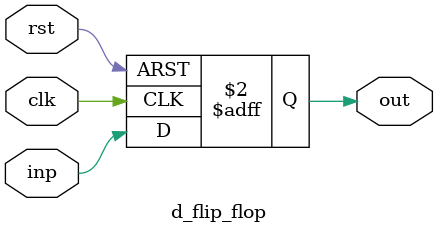
<source format=v>
`timescale 1ns / 1ps
module d_flip_flop(clk, rst, inp, out);
	input clk, rst, inp;
	output reg out;
	
	always @(posedge clk or posedge rst) begin
		if (rst)
			out <= 1'b0;
		else
			out <= inp;
	end
endmodule

</source>
